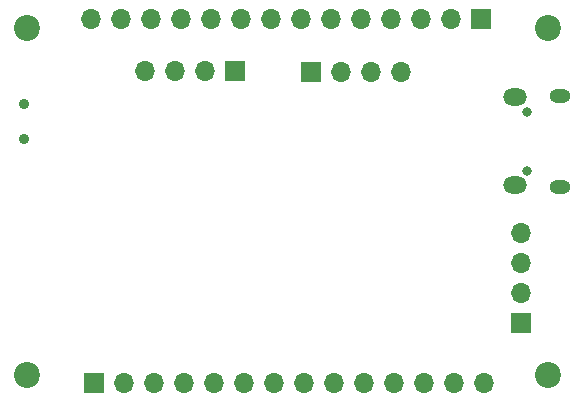
<source format=gbr>
%TF.GenerationSoftware,KiCad,Pcbnew,(7.0.0)*%
%TF.CreationDate,2023-02-16T03:23:41+08:00*%
%TF.ProjectId,STM32F103C8T6_BreakOut_Board,53544d33-3246-4313-9033-433854365f42,rev?*%
%TF.SameCoordinates,Original*%
%TF.FileFunction,Soldermask,Bot*%
%TF.FilePolarity,Negative*%
%FSLAX46Y46*%
G04 Gerber Fmt 4.6, Leading zero omitted, Abs format (unit mm)*
G04 Created by KiCad (PCBNEW (7.0.0)) date 2023-02-16 03:23:41*
%MOMM*%
%LPD*%
G01*
G04 APERTURE LIST*
%ADD10R,1.700000X1.700000*%
%ADD11O,1.700000X1.700000*%
%ADD12C,2.200000*%
%ADD13C,0.900000*%
%ADD14O,0.800000X0.800000*%
%ADD15O,1.800000X1.150000*%
%ADD16O,2.000000X1.450000*%
G04 APERTURE END LIST*
D10*
%TO.C,J5*%
X147329999Y-82969999D03*
D11*
X149869999Y-82969999D03*
X152409999Y-82969999D03*
X154949999Y-82969999D03*
%TD*%
D10*
%TO.C,J3*%
X165119999Y-104239999D03*
D11*
X165119999Y-101699999D03*
X165119999Y-99159999D03*
X165119999Y-96619999D03*
%TD*%
D12*
%TO.C,H1*%
X167400000Y-79260000D03*
%TD*%
D13*
%TO.C,SW1*%
X122985000Y-85700000D03*
X122985000Y-88700000D03*
%TD*%
D12*
%TO.C,H3*%
X123250000Y-79260000D03*
%TD*%
%TO.C,H4*%
X123250000Y-108690000D03*
%TD*%
%TO.C,H2*%
X167400000Y-108690000D03*
%TD*%
D10*
%TO.C,J6*%
X161679999Y-78549999D03*
D11*
X159139999Y-78549999D03*
X156599999Y-78549999D03*
X154059999Y-78549999D03*
X151519999Y-78549999D03*
X148979999Y-78549999D03*
X146439999Y-78549999D03*
X143899999Y-78549999D03*
X141359999Y-78549999D03*
X138819999Y-78549999D03*
X136279999Y-78549999D03*
X133739999Y-78549999D03*
X131199999Y-78549999D03*
X128659999Y-78549999D03*
%TD*%
D14*
%TO.C,J1*%
X165625330Y-91380330D03*
X165625330Y-86380330D03*
D15*
X168375330Y-92755330D03*
D16*
X164575330Y-92605330D03*
X164575330Y-85155330D03*
D15*
X168375330Y-85005330D03*
%TD*%
D10*
%TO.C,J4*%
X128929999Y-109359999D03*
D11*
X131469999Y-109359999D03*
X134009999Y-109359999D03*
X136549999Y-109359999D03*
X139089999Y-109359999D03*
X141629999Y-109359999D03*
X144169999Y-109359999D03*
X146709999Y-109359999D03*
X149249999Y-109359999D03*
X151789999Y-109359999D03*
X154329999Y-109359999D03*
X156869999Y-109359999D03*
X159409999Y-109359999D03*
X161949999Y-109359999D03*
%TD*%
D10*
%TO.C,J2*%
X140829999Y-82899999D03*
D11*
X138289999Y-82899999D03*
X135749999Y-82899999D03*
X133209999Y-82899999D03*
%TD*%
M02*

</source>
